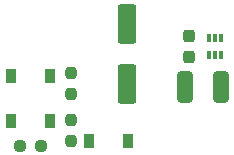
<source format=gbr>
%TF.GenerationSoftware,KiCad,Pcbnew,7.0.0-da2b9df05c~163~ubuntu22.04.1*%
%TF.CreationDate,2023-02-21T15:24:57+01:00*%
%TF.ProjectId,BaSe_PWR_V4_0,42615365-5f50-4575-925f-56345f302e6b,rev?*%
%TF.SameCoordinates,Original*%
%TF.FileFunction,Paste,Top*%
%TF.FilePolarity,Positive*%
%FSLAX46Y46*%
G04 Gerber Fmt 4.6, Leading zero omitted, Abs format (unit mm)*
G04 Created by KiCad (PCBNEW 7.0.0-da2b9df05c~163~ubuntu22.04.1) date 2023-02-21 15:24:57*
%MOMM*%
%LPD*%
G01*
G04 APERTURE LIST*
G04 Aperture macros list*
%AMRoundRect*
0 Rectangle with rounded corners*
0 $1 Rounding radius*
0 $2 $3 $4 $5 $6 $7 $8 $9 X,Y pos of 4 corners*
0 Add a 4 corners polygon primitive as box body*
4,1,4,$2,$3,$4,$5,$6,$7,$8,$9,$2,$3,0*
0 Add four circle primitives for the rounded corners*
1,1,$1+$1,$2,$3*
1,1,$1+$1,$4,$5*
1,1,$1+$1,$6,$7*
1,1,$1+$1,$8,$9*
0 Add four rect primitives between the rounded corners*
20,1,$1+$1,$2,$3,$4,$5,0*
20,1,$1+$1,$4,$5,$6,$7,0*
20,1,$1+$1,$6,$7,$8,$9,0*
20,1,$1+$1,$8,$9,$2,$3,0*%
G04 Aperture macros list end*
%ADD10R,0.900000X1.200000*%
%ADD11R,0.340000X0.700000*%
%ADD12RoundRect,0.250000X0.400000X1.075000X-0.400000X1.075000X-0.400000X-1.075000X0.400000X-1.075000X0*%
%ADD13RoundRect,0.237500X-0.250000X-0.237500X0.250000X-0.237500X0.250000X0.237500X-0.250000X0.237500X0*%
%ADD14RoundRect,0.237500X-0.237500X0.250000X-0.237500X-0.250000X0.237500X-0.250000X0.237500X0.250000X0*%
%ADD15RoundRect,0.250000X-0.550000X1.412500X-0.550000X-1.412500X0.550000X-1.412500X0.550000X1.412500X0*%
%ADD16RoundRect,0.237500X-0.237500X0.300000X-0.237500X-0.300000X0.237500X-0.300000X0.237500X0.300000X0*%
G04 APERTURE END LIST*
D10*
%TO.C,D2*%
X104249999Y-48529999D03*
X100949999Y-48529999D03*
%TD*%
D11*
%TO.C,U1*%
X117699999Y-42949999D03*
X118199999Y-42949999D03*
X118699999Y-42949999D03*
X118699999Y-41449999D03*
X118199999Y-41449999D03*
X117699999Y-41449999D03*
%TD*%
D12*
%TO.C,R4*%
X115650000Y-45600000D03*
X118750000Y-45600000D03*
%TD*%
D10*
%TO.C,D1*%
X104249999Y-44729999D03*
X100949999Y-44729999D03*
%TD*%
D13*
%TO.C,R1*%
X101687500Y-50600000D03*
X103512500Y-50600000D03*
%TD*%
D14*
%TO.C,R2*%
X106000000Y-44417500D03*
X106000000Y-46242500D03*
%TD*%
%TO.C,R3*%
X106000000Y-48417500D03*
X106000000Y-50242500D03*
%TD*%
D15*
%TO.C,C1*%
X110800000Y-40262500D03*
X110800000Y-45337500D03*
%TD*%
D16*
%TO.C,C2*%
X116000000Y-41337500D03*
X116000000Y-43062500D03*
%TD*%
D10*
%TO.C,D3*%
X107549999Y-50199999D03*
X110849999Y-50199999D03*
%TD*%
M02*

</source>
